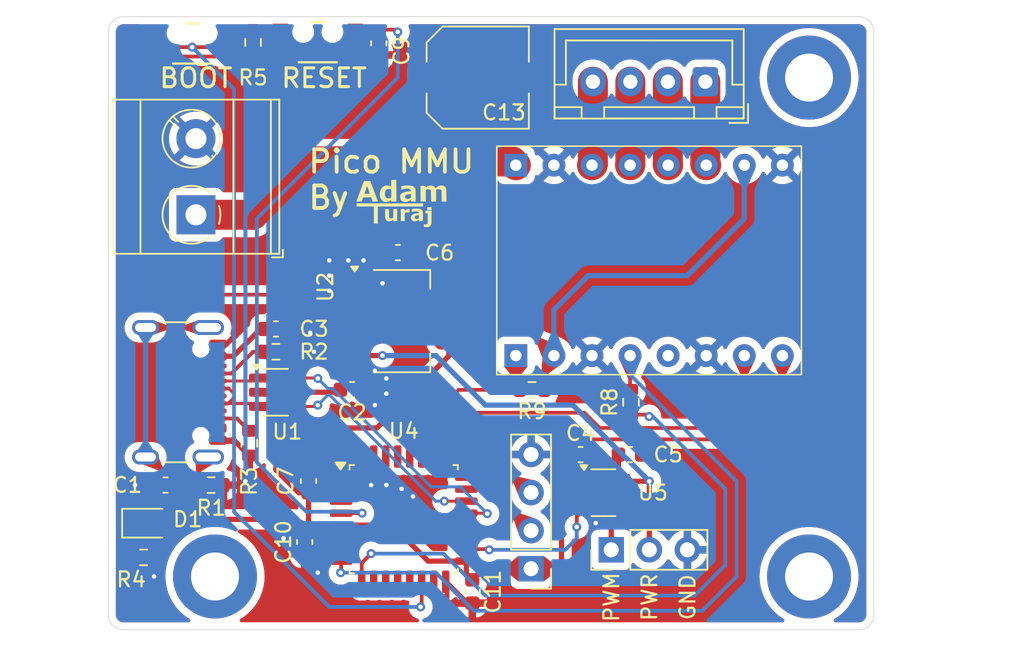
<source format=kicad_pcb>
(kicad_pcb (version 20240108) (generator "pcbnew") (generator_version "8.0")
  (layers (0 "F.Cu" signal) (31 "B.Cu" signal) (34 "B.Paste" user) (35 "F.Paste" user) (36 "B.SilkS" user "B.Silkscreen") (37 "F.SilkS" user "F.Silkscreen") (38 "B.Mask" user) (39 "F.Mask" user) (44 "Edge.Cuts" user))
  (net 0 "")
  (net 1 "GND")
  (net 2 "VCC")
  (net 3 "Net-(D1-K)")
  (net 4 "+5V")
  (net 5 "+3V3")
  (net 6 "TMC_EN")
  (net 7 "DIR")
  (net 8 "STEP")
  (net 9 "RX")
  (net 10 "/SWDIO")
  (net 11 "/SWCLK")
  (net 12 "TX")
  (net 13 "DP")
  (net 14 "DN")
  (net 19 "SERVO")
  (net 28 "Net-(J1-SHIELD)")
  (net 29 "Net-(J1-CC1)")
  (net 32 "Net-(U4-NRST)")
  (net 34 "Net-(J1-CC2)")
  (net 35 "Net-(J1-D--PadA7)")
  (net 37 "Net-(J1-D+-PadA6)")
  (net 38 "Net-(J4-A1)")
  (net 39 "Net-(J4-B2)")
  (net 40 "Net-(J4-B1)")
  (net 41 "Net-(J4-A2)")
  (net 43 "Net-(J5-Pin_1)")
  (net 44 "Net-(U4-PB0)")
  (footprint "Capacitor_SMD:C_0603_1608Metric" (layer "F.Cu") (at 149.241 83.298 90)
    (property "Reference" "C11" (at -0.014 1.381 -90) (layer "F.SilkS"))
    (property "Value" "0.1uF")
    (pad "1" smd roundrect (at -0.775 0 90) (size 0.9 0.95) (layers "F.Cu" "F.Paste" "F.Mask") (net 1 "GND"))
    (pad "2" smd roundrect (at 0.775 0 90) (size 0.9 0.95) (layers "F.Cu" "F.Paste" "F.Mask") (net 5 "+3V3"))
  )
  (footprint "Capacitor_SMD:C_0603_1608Metric" (layer "F.Cu") (at 156.464 74.168)
    (property "Reference" "C4" (at 0 -1.43 360) (layer "F.SilkS"))
    (property "Value" "0.1uF")
    (pad "1" smd roundrect (at -0.775 0) (size 0.9 0.95) (layers "F.Cu" "F.Paste" "F.Mask") (net 1 "GND"))
    (pad "2" smd roundrect (at 0.775 0) (size 0.9 0.95) (layers "F.Cu" "F.Paste" "F.Mask") (net 5 "+3V3"))
  )
  (footprint "MountingHole:MountingHole_3.2mm_M3_DIN965_Pad" (layer "F.Cu") (at 132.08 82.296)
    (property "Reference" "REF**" (hide yes))
    (property "Value" "MountingHole_3.2mm_M3_DIN965_Pad")
    (pad "1" thru_hole circle (at 0 0) (size 5.6 5.6) (drill 3.2) (layers "*.Cu" "*.Mask"))
  )
  (footprint "Symbol:Logo" (layer "F.Cu") (at 144.526 57.404)
    (property "Reference" "G***" (hide yes))
    (property "Value" "LOGO" (hide yes))
  )
  (footprint "Resistor_SMD:R_0603_1608Metric" (layer "F.Cu") (at 136.144 67.31 180)
    (property "Reference" "R2" (at -2.54 0 0) (layer "F.SilkS"))
    (property "Value" "5k1")
    (pad "1" smd roundrect (at -0.825 0 180) (size 0.8 0.95) (layers "F.Cu" "F.Paste" "F.Mask") (net 1 "GND"))
    (pad "2" smd roundrect (at 0.825 0 180) (size 0.8 0.95) (layers "F.Cu" "F.Paste" "F.Mask") (net 29 "Net-(J1-CC1)"))
  )
  (footprint "Package_TO_SOT_SMD:SOT-23-6" (layer "F.Cu") (at 136.144 70.008)
    (property "Reference" "U1" (at 0.762 2.636 0) (layer "F.SilkS"))
    (property "Value" "USBLC6-2SC6")
    (pad "1" smd roundrect (at -1.1375 -0.95) (size 1.325 0.6) (layers "F.Cu" "F.Paste" "F.Mask") (net 35 "Net-(J1-D--PadA7)"))
    (pad "2" smd roundrect (at -1.1375 0) (size 1.325 0.6) (layers "F.Cu" "F.Paste" "F.Mask") (net 1 "GND"))
    (pad "3" smd roundrect (at -1.1375 0.95) (size 1.325 0.6) (layers "F.Cu" "F.Paste" "F.Mask") (net 37 "Net-(J1-D+-PadA6)"))
    (pad "4" smd roundrect (at 1.1375 0.95) (size 1.325 0.6) (layers "F.Cu" "F.Paste" "F.Mask") (net 13 "DP"))
    (pad "5" smd roundrect (at 1.1375 0) (size 1.325 0.6) (layers "F.Cu" "F.Paste" "F.Mask") (net 4 "+5V"))
    (pad "6" smd roundrect (at 1.1375 -0.95) (size 1.325 0.6) (layers "F.Cu" "F.Paste" "F.Mask") (net 14 "DN"))
  )
  (footprint "Package_QFP:LQFP-32_7x7mm_P0.8mm" (layer "F.Cu") (at 144.669 78.472)
    (property "Reference" "U4" (at 0 -5.88 0) (layer "F.SilkS"))
    (property "Value" "STM32F042K6Tx")
    (pad "1" smd roundrect (at -4.175 -2.8) (size 1.5 0.5) (layers "F.Cu" "F.Paste" "F.Mask") (net 5 "+3V3"))
    (pad "2" smd roundrect (at -4.175 -2) (size 1.5 0.5) (layers "F.Cu" "F.Paste" "F.Mask"))
    (pad "3" smd roundrect (at -4.175 -1.2) (size 1.5 0.5) (layers "F.Cu" "F.Paste" "F.Mask"))
    (pad "4" smd roundrect (at -4.175 -0.4) (size 1.5 0.5) (layers "F.Cu" "F.Paste" "F.Mask") (net 32 "Net-(U4-NRST)"))
    (pad "5" smd roundrect (at -4.175 0.4) (size 1.5 0.5) (layers "F.Cu" "F.Paste" "F.Mask") (net 5 "+3V3"))
    (pad "6" smd roundrect (at -4.175 1.2) (size 1.5 0.5) (layers "F.Cu" "F.Paste" "F.Mask"))
    (pad "7" smd roundrect (at -4.175 2) (size 1.5 0.5) (layers "F.Cu" "F.Paste" "F.Mask"))
    (pad "8" smd roundrect (at -4.175 2.8) (size 1.5 0.5) (layers "F.Cu" "F.Paste" "F.Mask") (net 9 "RX"))
    (pad "9" smd roundrect (at -2.8 4.175) (size 0.5 1.5) (layers "F.Cu" "F.Paste" "F.Mask") (net 12 "TX"))
    (pad "10" smd roundrect (at -2 4.175) (size 0.5 1.5) (layers "F.Cu" "F.Paste" "F.Mask"))
    (pad "11" smd roundrect (at -1.2 4.175) (size 0.5 1.5) (layers "F.Cu" "F.Paste" "F.Mask"))
    (pad "12" smd roundrect (at -0.4 4.175) (size 0.5 1.5) (layers "F.Cu" "F.Paste" "F.Mask"))
    (pad "13" smd roundrect (at 0.4 4.175) (size 0.5 1.5) (layers "F.Cu" "F.Paste" "F.Mask"))
    (pad "14" smd roundrect (at 1.2 4.175) (size 0.5 1.5) (layers "F.Cu" "F.Paste" "F.Mask") (net 44 "Net-(U4-PB0)"))
    (pad "15" smd roundrect (at 2 4.175) (size 0.5 1.5) (layers "F.Cu" "F.Paste" "F.Mask"))
    (pad "16" smd roundrect (at 2.8 4.175) (size 0.5 1.5) (layers "F.Cu" "F.Paste" "F.Mask") (net 1 "GND"))
    (pad "17" smd roundrect (at 4.175 2.8) (size 1.5 0.5) (layers "F.Cu" "F.Paste" "F.Mask") (net 5 "+3V3"))
    (pad "18" smd roundrect (at 4.175 2) (size 1.5 0.5) (layers "F.Cu" "F.Paste" "F.Mask") (net 19 "SERVO"))
    (pad "19" smd roundrect (at 4.175 1.2) (size 1.5 0.5) (layers "F.Cu" "F.Paste" "F.Mask"))
    (pad "20" smd roundrect (at 4.175 0.4) (size 1.5 0.5) (layers "F.Cu" "F.Paste" "F.Mask"))
    (pad "21" smd roundrect (at 4.175 -0.4) (size 1.5 0.5) (layers "F.Cu" "F.Paste" "F.Mask") (net 14 "DN"))
    (pad "22" smd roundrect (at 4.175 -1.2) (size 1.5 0.5) (layers "F.Cu" "F.Paste" "F.Mask") (net 13 "DP"))
    (pad "23" smd roundrect (at 4.175 -2) (size 1.5 0.5) (layers "F.Cu" "F.Paste" "F.Mask") (net 10 "/SWDIO"))
    (pad "24" smd roundrect (at 4.175 -2.8) (size 1.5 0.5) (layers "F.Cu" "F.Paste" "F.Mask") (net 11 "/SWCLK"))
    (pad "25" smd roundrect (at 2.8 -4.175) (size 0.5 1.5) (layers "F.Cu" "F.Paste" "F.Mask") (net 7 "DIR"))
    (pad "26" smd roundrect (at 2 -4.175) (size 0.5 1.5) (layers "F.Cu" "F.Paste" "F.Mask") (net 8 "STEP"))
    (pad "27" smd roundrect (at 1.2 -4.175) (size 0.5 1.5) (layers "F.Cu" "F.Paste" "F.Mask") (net 6 "TMC_EN"))
    (pad "28" smd roundrect (at 0.4 -4.175) (size 0.5 1.5) (layers "F.Cu" "F.Paste" "F.Mask"))
    (pad "29" smd roundrect (at -0.4 -4.175) (size 0.5 1.5) (layers "F.Cu" "F.Paste" "F.Mask"))
    (pad "30" smd roundrect (at -1.2 -4.175) (size 0.5 1.5) (layers "F.Cu" "F.Paste" "F.Mask"))
    (pad "31" smd roundrect (at -2 -4.175) (size 0.5 1.5) (layers "F.Cu" "F.Paste" "F.Mask"))
    (pad "32" smd roundrect (at -2.8 -4.175) (size 0.5 1.5) (layers "F.Cu" "F.Paste" "F.Mask") (net 1 "GND"))
  )
  (footprint "Capacitor_SMD:C_0603_1608Metric" (layer "F.Cu") (at 136.144 65.786)
    (property "Reference" "C3" (at 2.54 0 0) (layer "F.SilkS"))
    (property "Value" "0.1uF")
    (pad "1" smd roundrect (at -0.775 0) (size 0.9 0.95) (layers "F.Cu" "F.Paste" "F.Mask") (net 4 "+5V"))
    (pad "2" smd roundrect (at 0.775 0) (size 0.9 0.95) (layers "F.Cu" "F.Paste" "F.Mask") (net 1 "GND"))
  )
  (footprint "Resistor_SMD:R_0603_1608Metric" (layer "F.Cu") (at 134.366 73.406 -90)
    (property "Reference" "R3" (at 2.54 0 90) (layer "F.SilkS"))
    (property "Value" "5k1")
    (pad "1" smd roundrect (at -0.825 0 270) (size 0.8 0.95) (layers "F.Cu" "F.Paste" "F.Mask") (net 34 "Net-(J1-CC2)"))
    (pad "2" smd roundrect (at 0.825 0 270) (size 0.8 0.95) (layers "F.Cu" "F.Paste" "F.Mask") (net 1 "GND"))
  )
  (footprint "MountingHole:MountingHole_3.2mm_M3_DIN965_Pad" (layer "F.Cu") (at 171.704 49.022)
    (property "Reference" "REF**" (hide yes))
    (property "Value" "MountingHole_3.2mm_M3_DIN965_Pad")
    (pad "1" thru_hole circle (at 0 0) (size 5.6 5.6) (drill 3.2) (layers "*.Cu" "*.Mask"))
  )
  (footprint "Resistor_SMD:R_0603_1608Metric" (layer "F.Cu") (at 127.317 81.026)
    (property "Reference" "R4" (at -0.825 1.474 0) (layer "F.SilkS"))
    (property "Value" "220R")
    (pad "1" smd roundrect (at -0.825 0) (size 0.8 0.95) (layers "F.Cu" "F.Paste" "F.Mask") (net 3 "Net-(D1-K)"))
    (pad "2" smd roundrect (at 0.825 0) (size 0.8 0.95) (layers "F.Cu" "F.Paste" "F.Mask") (net 1 "GND"))
  )
  (footprint "MountingHole:MountingHole_3.2mm_M3_DIN965_Pad" (layer "F.Cu") (at 171.704 82.296)
    (property "Reference" "REF**" (hide yes))
    (property "Value" "MountingHole_3.2mm_M3_DIN965_Pad")
    (pad "1" thru_hole circle (at 0 0) (size 5.6 5.6) (drill 3.2) (layers "*.Cu" "*.Mask"))
  )
  (footprint "Capacitor_SMD:C_0603_1608Metric" (layer "F.Cu") (at 143.002 46.736 -90)
    (property "Reference" "C9" (at 0.508 -1.524 90) (layer "F.SilkS"))
    (property "Value" "0.1uF")
    (pad "1" smd roundrect (at -0.775 0 270) (size 0.9 0.95) (layers "F.Cu" "F.Paste" "F.Mask") (net 32 "Net-(U4-NRST)"))
    (pad "2" smd roundrect (at 0.775 0 270) (size 0.9 0.95) (layers "F.Cu" "F.Paste" "F.Mask") (net 1 "GND"))
  )
  (footprint "Capacitor_SMD:C_0603_1608Metric" (layer "F.Cu") (at 141.224 69.836)
    (property "Reference" "C2" (at 0 1.524 0) (layer "F.SilkS"))
    (property "Value" "10uF")
    (pad "1" smd roundrect (at -0.775 0) (size 0.9 0.95) (layers "F.Cu" "F.Paste" "F.Mask") (net 4 "+5V"))
    (pad "2" smd roundrect (at 0.775 0) (size 0.9 0.95) (layers "F.Cu" "F.Paste" "F.Mask") (net 1 "GND"))
  )
  (footprint "Fiducial:Fiducial_1mm_Mask2mm" (layer "F.Cu") (at 171.704 77.47)
    (property "Reference" "REF**" (hide yes))
    (property "Value" "Fiducial_1mm_Mask2mm")
    (pad "" smd circle (at 0 0) (size 1 1) (layers "F.Cu" "F.Mask") (clearance 0.5))
  )
  (footprint "Package_TO_SOT_SMD:SOT-23-6" (layer "F.Cu") (at 157.988 76.708)
    (property "Reference" "U5" (at 3.302 0 0) (layer "F.SilkS"))
    (property "Value" "SN74LVC1T45DBV")
    (pad "1" smd roundrect (at -1.1375 -0.95) (size 1.325 0.6) (layers "F.Cu" "F.Paste" "F.Mask") (net 5 "+3V3"))
    (pad "2" smd roundrect (at -1.1375 0) (size 1.325 0.6) (layers "F.Cu" "F.Paste" "F.Mask") (net 1 "GND"))
    (pad "3" smd roundrect (at -1.1375 0.95) (size 1.325 0.6) (layers "F.Cu" "F.Paste" "F.Mask") (net 19 "SERVO"))
    (pad "4" smd roundrect (at 1.1375 0.95) (size 1.325 0.6) (layers "F.Cu" "F.Paste" "F.Mask") (net 43 "Net-(J5-Pin_1)"))
    (pad "5" smd roundrect (at 1.1375 0) (size 1.325 0.6) (layers "F.Cu" "F.Paste" "F.Mask") (net 5 "+3V3"))
    (pad "6" smd roundrect (at 1.1375 -0.95) (size 1.325 0.6) (layers "F.Cu" "F.Paste" "F.Mask") (net 4 "+5V"))
  )
  (footprint "Capacitor_SMD:C_0603_1608Metric" (layer "F.Cu") (at 138.065 79.996 90)
    (property "Reference" "C10" (at 0 -1.43 90) (layer "F.SilkS"))
    (property "Value" "0.1uF")
    (pad "1" smd roundrect (at -0.775 0 90) (size 0.9 0.95) (layers "F.Cu" "F.Paste" "F.Mask") (net 1 "GND"))
    (pad "2" smd roundrect (at 0.775 0 90) (size 0.9 0.95) (layers "F.Cu" "F.Paste" "F.Mask") (net 5 "+3V3"))
  )
  (footprint "LED_SMD:LED_0805_2012Metric" (layer "F.Cu") (at 127.571 78.74)
    (property "Reference" "D1" (at 2.68575 -0.254 0) (layer "F.SilkS"))
    (property "Value" "GREEN")
    (pad "1" smd roundrect (at -0.9375 0) (size 0.975 1.4) (layers "F.Cu" "F.Paste" "F.Mask") (net 3 "Net-(D1-K)"))
    (pad "2" smd roundrect (at 0.9375 0) (size 0.975 1.4) (layers "F.Cu" "F.Paste" "F.Mask") (net 5 "+3V3"))
  )
  (footprint "Capacitor_SMD:C_0603_1608Metric" (layer "F.Cu") (at 144.272 60.692 180)
    (property "Reference" "C6" (at -2.794 -0.014 0) (layer "F.SilkS"))
    (property "Value" "22uF")
    (pad "1" smd roundrect (at -0.775 0 180) (size 0.9 0.95) (layers "F.Cu" "F.Paste" "F.Mask") (net 5 "+3V3"))
    (pad "2" smd roundrect (at 0.775 0 180) (size 0.9 0.95) (layers "F.Cu" "F.Paste" "F.Mask") (net 1 "GND"))
  )
  (footprint "Button_Switch_SMD:SW4_KMS-P" (layer "F.Cu") (at 130.556 45.9105 180)
    (property "Reference" "SW2" (hide yes))
    (property "Value" "BOOT")
    (pad "" np_thru_hole circle (at -0.975 -0.15 180) (size 0.95 0.95) (drill 0.95) (layers "F&B.Cu" "*.Mask"))
    (pad "" np_thru_hole circle (at 0.975 -0.15 180) (size 0.95 0.95) (drill 0.95) (layers "F&B.Cu" "*.Mask"))
    (pad "1" smd rect (at -2.5 -1.6 180) (size 1 0.8) (layers "F.Cu" "F.Paste" "F.Mask") (net 5 "+3V3"))
    (pad "1" smd rect (at 2.5 -1.6 180) (size 1 0.8) (layers "F.Cu" "F.Paste" "F.Mask") (net 5 "+3V3"))
    (pad "2" smd rect (at -2.5 0 180) (size 1 0.8) (layers "F.Cu" "F.Paste" "F.Mask") (net 44 "Net-(U4-PB0)"))
    (pad "2" smd rect (at 2.5 0 180) (size 1 0.8) (layers "F.Cu" "F.Paste" "F.Mask") (net 44 "Net-(U4-PB0)"))
  )
  (footprint "Connector_PinHeader_2.54mm:PinHeader_1x04_P2.54mm_Vertical" (layer "F.Cu") (at 153.162 81.778 180)
    (property "Reference" "J3" (hide yes))
    (property "Value" "STLink")
    (pad "1" thru_hole rect (at 0 0 180) (size 1.7 1.7) (drill 1) (layers "*.Cu" "*.Mask") (net 5 "+3V3"))
    (pad "2" thru_hole oval (at 0 2.54 180) (size 1.7 1.7) (drill 1) (layers "*.Cu" "*.Mask") (net 10 "/SWDIO"))
    (pad "3" thru_hole oval (at 0 5.08 180) (size 1.7 1.7) (drill 1) (layers "*.Cu" "*.Mask") (net 11 "/SWCLK"))
    (pad "4" thru_hole oval (at 0 7.62 180) (size 1.7 1.7) (drill 1) (layers "*.Cu" "*.Mask") (net 1 "GND"))
  )
  (footprint "Capacitor_SMD:C_0603_1608Metric" (layer "F.Cu") (at 159.766 74.168)
    (property "Reference" "C5" (at 2.54 0 0) (layer "F.SilkS"))
    (property "Value" "0.1uF")
    (pad "1" smd roundrect (at -0.775 0) (size 0.9 0.95) (layers "F.Cu" "F.Paste" "F.Mask") (net 4 "+5V"))
    (pad "2" smd roundrect (at 0.775 0) (size 0.9 0.95) (layers "F.Cu" "F.Paste" "F.Mask") (net 1 "GND"))
  )
  (footprint "Capacitor_SMD:C_0603_1608Metric" (layer "F.Cu") (at 138.319 75.932 -90)
    (property "Reference" "C7" (at 0 1.524 90) (layer "F.SilkS"))
    (property "Value" "0.1uF")
    (pad "1" smd roundrect (at -0.775 0 270) (size 0.9 0.95) (layers "F.Cu" "F.Paste" "F.Mask") (net 1 "GND"))
    (pad "2" smd roundrect (at 0.775 0 270) (size 0.9 0.95) (layers "F.Cu" "F.Paste" "F.Mask") (net 5 "+3V3"))
  )
  (footprint "Connector_JST:JST_XH_B4B-XH-A_1x04_P2.50mm_Vertical" (layer "F.Cu") (at 164.786 49.293 180)
    (property "Reference" "J6" (hide yes))
    (property "Value" "Conn_Stepper")
    (pad "1" thru_hole roundrect (at 0 0 180) (size 1.7 1.95) (drill 0.95) (layers "*.Cu" "*.Mask") (roundrect_rratio 0.147059) (net 39 "Net-(J4-B2)"))
    (pad "2" thru_hole oval (at 2.5 0 180) (size 1.7 1.95) (drill 0.95) (layers "*.Cu" "*.Mask") (net 40 "Net-(J4-B1)"))
    (pad "3" thru_hole oval (at 5 0 180) (size 1.7 1.95) (drill 0.95) (layers "*.Cu" "*.Mask") (net 38 "Net-(J4-A1)"))
    (pad "4" thru_hole oval (at 7.5 0 180) (size 1.7 1.95) (drill 0.95) (layers "*.Cu" "*.Mask") (net 41 "Net-(J4-A2)"))
  )
  (footprint "Resistor_SMD:R_0603_1608Metric" (layer "F.Cu") (at 134.62 46.673 -90)
    (property "Reference" "R5" (at 2.349 0 180) (layer "F.SilkS"))
    (property "Value" "10k")
    (pad "1" smd roundrect (at -0.825 0 270) (size 0.8 0.95) (layers "F.Cu" "F.Paste" "F.Mask") (net 44 "Net-(U4-PB0)"))
    (pad "2" smd roundrect (at 0.825 0 270) (size 0.8 0.95) (layers "F.Cu" "F.Paste" "F.Mask") (net 1 "GND"))
  )
  (footprint "Capacitor_SMD:C_Elec_6.3x7.7" (layer "F.Cu") (at 149.606 49.022)
    (property "Reference" "C13" (at 1.744 2.328 0) (layer "F.SilkS"))
    (property "Value" "100uF")
    (pad "1" smd roundrect (at -2.5375 0) (size 3.325 1.6) (layers "F.Cu" "F.Paste" "F.Mask") (roundrect_rratio 0.15625) (net 2 "VCC"))
    (pad "2" smd roundrect (at 2.5375 0) (size 3.325 1.6) (layers "F.Cu" "F.Paste" "F.Mask") (roundrect_rratio 0.15625) (net 1 "GND"))
  )
  (footprint "Fiducial:Fiducial_1mm_Mask2mm" (layer "F.Cu") (at 127.254 84.074)
    (property "Reference" "REF**" (hide yes))
    (property "Value" "Fiducial_1mm_Mask2mm")
    (pad "" smd circle (at 0 0) (size 1 1) (layers "F.Cu" "F.Mask") (clearance 0.5))
  )
  (footprint "Connector_PinHeader_2.54mm:PinHeader_1x03_P2.54mm_Vertical" (layer "F.Cu") (at 158.511 80.518 90)
    (property "Reference" "J5" (hide yes))
    (property "Value" "Servo Conn")
    (pad "1" thru_hole rect (at 0 0 90) (size 1.7 1.7) (drill 1) (layers "*.Cu" "*.Mask") (net 43 "Net-(J5-Pin_1)"))
    (pad "2" thru_hole oval (at 0 2.54 90) (size 1.7 1.7) (drill 1) (layers "*.Cu" "*.Mask") (net 4 "+5V"))
    (pad "3" thru_hole oval (at 0 5.08 90) (size 1.7 1.7) (drill 1) (layers "*.Cu" "*.Mask") (net 1 "GND"))
  )
  (footprint "TerminalBlock_MetzConnect:TerminalBlock_MetzConnect_Type073_RT02602HBLU_1x02_P5.08mm_Horizontal" (layer "F.Cu") (at 130.81 58.171 90)
    (property "Reference" "J2" (hide yes))
    (property "Value" "PWR")
    (pad "1" thru_hole rect (at 0 0 90) (size 2.6 2.6) (drill 1.4) (layers "*.Cu" "*.Mask") (net 2 "VCC"))
    (pad "2" thru_hole circle (at 5.08 0 90) (size 2.6 2.6) (drill 1.4) (layers "*.Cu" "*.Mask") (net 1 "GND"))
  )
  (footprint "Fiducial:Fiducial_1mm_Mask2mm" (layer "F.Cu") (at 173.228 53.594)
    (property "Reference" "REF**" (hide yes))
    (property "Value" "Fiducial_1mm_Mask2mm")
    (pad "" smd circle (at 0 0) (size 1 1) (layers "F.Cu" "F.Mask") (clearance 0.5))
  )
  (footprint "Button_Switch_SMD:SW4_KMS-P" (layer "F.Cu") (at 138.938 45.824 180)
    (property "Reference" "SW1" (hide yes))
    (property "Value" "RESET")
    (pad "" np_thru_hole circle (at -0.975 -0.15 180) (size 0.95 0.95) (drill 0.95) (layers "F&B.Cu" "*.Mask"))
    (pad "" np_thru_hole circle (at 0.975 -0.15 180) (size 0.95 0.95) (drill 0.95) (layers "F&B.Cu" "*.Mask"))
    (pad "1" smd rect (at -2.5 -1.6 180) (size 1 0.8) (layers "F.Cu" "F.Paste" "F.Mask") (net 1 "GND"))
    (pad "1" smd rect (at 2.5 -1.6 180) (size 1 0.8) (layers "F.Cu" "F.Paste" "F.Mask") (net 1 "GND"))
    (pad "2" smd rect (at -2.5 0 180) (size 1 0.8) (layers "F.Cu" "F.Paste" "F.Mask") (net 32 "Net-(U4-NRST)"))
    (pad "2" smd rect (at 2.5 0 180) (size 1 0.8) (layers "F.Cu" "F.Paste" "F.Mask") (net 32 "Net-(U4-NRST)"))
  )
  (footprint "Resistor_SMD:R_0603_1608Metric" (layer "F.Cu") (at 159.829 70.675 90)
    (property "Reference" "R8" (at 0 -1.43 90) (layer "F.SilkS"))
    (property "Value" "1k")
    (pad "1" smd roundrect (at -0.825 0 90) (size 0.8 0.95) (layers "F.Cu" "F.Paste" "F.Mask") (net 12 "TX"))
    (pad "2" smd roundrect (at 0.825 0 90) (size 0.8 0.95) (layers "F.Cu" "F.Paste" "F.Mask") (net 9 "RX"))
  )
  (footprint "Resistor_SMD:R_0603_1608Metric" (layer "F.Cu") (at 131.826 76.2)
    (property "Reference" "R1" (at 0 1.524 0) (layer "F.SilkS"))
    (property "Value" "1M")
    (pad "1" smd roundrect (at -0.825 0) (size 0.8 0.95) (layers "F.Cu" "F.Paste" "F.Mask") (net 28 "Net-(J1-SHIELD)"))
    (pad "2" smd roundrect (at 0.825 0) (size 0.8 0.95) (layers "F.Cu" "F.Paste" "F.Mask") (net 1 "GND"))
  )
  (footprint "Resistor_SMD:R_0603_1608Metric" (layer "F.Cu") (at 153.225 69.85 180)
    (property "Reference" "R9" (at 0 -1.43 0) (layer "F.SilkS"))
    (property "Value" "10k")
    (pad "1" smd roundrect (at -0.825 0 180) (size 0.8 0.95) (layers "F.Cu" "F.Paste" "F.Mask") (net 5 "+3V3"))
    (pad "2" smd roundrect (at 0.825 0 180) (size 0.8 0.95) (layers "F.Cu" "F.Paste" "F.Mask") (net 6 "TMC_EN"))
  )
  (footprint "Capacitor_SMD:C_0603_1608Metric" (layer "F.Cu") (at 128.778 76.2 180)
    (property "Reference" "C1" (at 2.54 0 0) (layer "F.SilkS"))
    (property "Value" "10nF")
    (pad "1" smd roundrect (at -0.775 0 180) (size 0.9 0.95) (layers "F.Cu" "F.Paste" "F.Mask") (net 28 "Net-(J1-SHIELD)"))
    (pad "2" smd roundrect (at 0.775 0 180) (size 0.9 0.95) (layers "F.Cu" "F.Paste" "F.Mask") (net 1 "GND"))
  )
  (footprint "Connector_USB:USB_C_Receptacle_GCT_USB4105-xx-A_16P_TopMnt_Horizontal" (layer "F.Cu") (at 128.524 70.008 -90)
    (property "Reference" "J1" (hide yes))
    (property "Value" "USB_C")
    (pad "" np_thru_hole circle (at -2.89 -2.605 270) (size 0.65 0.65) (drill 0.65) (layers "F&B.Cu" "*.Mask"))
    (pad "" np_thru_hole circle (at 2.89 -2.605 270) (size 0.65 0.65) (drill 0.65) (layers "F&B.Cu" "*.Mask"))
    (pad "A1" smd roundrect (at -3.2 -3.75 270) (size 0.6 1.15) (layers "F.Cu" "F.Paste" "F.Mask") (net 1 "GND"))
    (pad "A4" smd roundrect (at -2.4 -3.75 270) (size 0.6 1.15) (layers "F.Cu" "F.Paste" "F.Mask") (net 4 "+5V"))
    (pad "A5" smd roundrect (at -1.25 -3.75 270) (size 0.3 1.15) (layers "F.Cu" "F.Paste" "F.Mask") (net 29 "Net-(J1-CC1)"))
    (pad "A6" smd roundrect (at -0.25 -3.75 270) (size 0.3 1.15) (layers "F.Cu" "F.Paste" "F.Mask") (net 37 "Net-(J1-D+-PadA6)"))
    (pad "A7" smd roundrect (at 0.25 -3.75 270) (size 0.3 1.15) (layers "F.Cu" "F.Paste" "F.Mask") (net 35 "Net-(J1-D--PadA7)"))
    (pad "A8" smd roundrect (at 1.25 -3.75 270) (size 0.3 1.15) (layers "F.Cu" "F.Paste" "F.Mask"))
    (pad "A9" smd roundrect (at 2.4 -3.75 270) (size 0.6 1.15) (layers "F.Cu" "F.Paste" "F.Mask") (net 4 "+5V"))
    (pad "A12" smd roundrect (at 3.2 -3.75 270) (size 0.6 1.15) (layers "F.Cu" "F.Paste" "F.Mask") (net 1 "GND"))
    (pad "B1" smd roundrect (at 3.2 -3.75 270) (size 0.6 1.15) (layers "F.Cu" "F.Paste" "F.Mask") (net 1 "GND"))
    (pad "B4" smd roundrect (at 2.4 -3.75 270) (size 0.6 1.15) (layers "F.Cu" "F.Paste" "F.Mask") (net 4 "+5V"))
    (pad "B5" smd roundrect (at 1.75 -3.75 270) (size 0.3 1.15) (layers "F.Cu" "F.Paste" "F.Mask") (net 34 "Net-(J1-CC2)"))
    (pad "B6" smd roundrect (at 0.75 -3.75 270) (size 0.3 1.15) (layers "F.Cu" "F.Paste" "F.Mask") (net 37 "Net-(J1-D+-PadA6)"))
    (pad "B7" smd roundrect (at -0.75 -3.75 270) (size 0.3 1.15) (layers "F.Cu" "F.Paste" "F.Mask") (net 35 "Net-(J1-D--PadA7)"))
    (pad "B8" smd roundrect (at -1.75 -3.75 270) (size 0.3 1.15) (layers "F.Cu" "F.Paste" "F.Mask"))
    (pad "B9" smd roundrect (at -2.4 -3.75 270) (size 0.6 1.15) (layers "F.Cu" "F.Paste" "F.Mask") (net 4 "+5V"))
    (pad "B12" smd roundrect (at -3.2 -3.75 270) (size 0.6 1.15) (layers "F.Cu" "F.Paste" "F.Mask") (net 1 "GND"))
    (pad "S1" thru_hole oval (at -4.32 -3.105 270) (size 1 2.1) (drill oval 0.6 1.7) (layers "*.Cu" "*.Mask" "F.Paste") (net 28 "Net-(J1-SHIELD)"))
    (pad "S1" thru_hole oval (at -4.32 1.075 270) (size 1 1.8) (drill oval 0.6 1.4) (layers "*.Cu" "*.Mask" "F.Paste") (net 28 "Net-(J1-SHIELD)"))
    (pad "S1" thru_hole oval (at 4.32 -3.105 270) (size 1 2.1) (drill oval 0.6 1.7) (layers "*.Cu" "*.Mask" "F.Paste") (net 28 "Net-(J1-SHIELD)"))
    (pad "S1" thru_hole oval (at 4.32 1.075 270) (size 1 1.8) (drill oval 0.6 1.4) (layers "*.Cu" "*.Mask" "F.Paste") (net 28 "Net-(J1-SHIELD)"))
  )
  (footprint "Package_TO_SOT_SMD:SOT-223-3_TabPin2" (layer "F.Cu") (at 144.526 65.264)
    (property "Reference" "U2" (at -5.08 -2.272 90) (layer "F.SilkS"))
    (property "Value" "AMS1117-3.3")
    (pad "1" smd roundrect (at -3.15 -2.3) (size 2 1.5) (layers "F.Cu" "F.Paste" "F.Mask") (net 1 "GND"))
    (pad "2" smd roundrect (at -3.15 0) (size 2 1.5) (layers "F.Cu" "F.Paste" "F.Mask") (net 5 "+3V3"))
    (pad "2" smd roundrect (at 3.15 0) (size 2 3.8) (layers "F.Cu" "F.Paste" "F.Mask") (net 5 "+3V3"))
    (pad "3" smd roundrect (at -3.15 2.3) (size 2 1.5) (layers "F.Cu" "F.Paste" "F.Mask") (net 4 "+5V"))
  )
  (footprint "PicoMMU:TMC2209" (layer "F.Cu") (at 161.036 61.214 90)
    (property "Reference" "J4" (hide yes))
    (property "Value" "TMC2209")
    (pad "1" thru_hole rect (at 6.35 -8.89 90) (size 1.524 1.524) (drill 0.762) (layers "*.Cu" "*.Mask") (net 2 "VCC"))
    (pad "2" thru_hole circle (at 6.35 -6.35 90) (size 1.524 1.524) (drill 0.762) (layers "*.Cu" "*.Mask") (net 1 "GND"))
    (pad "2" thru_hole circle (at 6.35 8.89 90) (size 1.524 1.524) (drill 0.762) (layers "*.Cu" "*.Mask") (net 1 "GND"))
    (pad "3" thru_hole circle (at 6.35 -3.81 90) (size 1.524 1.524) (drill 0.762) (layers "*.Cu" "*.Mask") (net 41 "Net-(J4-A2)"))
    (pad "4" thru_hole circle (at 6.35 -1.27 90) (size 1.524 1.524) (drill 0.762) (layers "*.Cu" "*.Mask") (net 38 "Net-(J4-A1)"))
    (pad "5" thru_hole circle (at 6.35 1.27 90) (size 1.524 1.524) (drill 0.762) (layers "*.Cu" "*.Mask") (net 40 "Net-(J4-B1)"))
    (pad "6" thru_hole circle (at 6.35 3.81 90) (size 1.524 1.524) (drill 0.762) (layers "*.Cu" "*.Mask") (net 39 "Net-(J4-B2)"))
    (pad "7" thru_hole circle (at 6.35 6.35 90) (size 1.524 1.524) (drill 0.762) (layers "*.Cu" "*.Mask") (net 5 "+3V3"))
    (pad "8" thru_hole rect (at -6.35 -8.89 90) (size 1.524 1.524) (drill 0.762) (layers "*.Cu" "*.Mask") (net 6 "TMC_EN"))
    (pad "9" thru_hole circle (at -6.35 -6.35 90) (size 1.524 1.524) (drill 0.762) (layers "*.Cu" "*.Mask") (net 5 "+3V3"))
    (pad "10" thru_hole circle (at -6.35 -3.81 90) (size 1.524 1.524) (drill 0.762) (layers "*.Cu" "*.Mask") (net 1 "GND"))
    (pad "11" thru_hole circle (at -6.35 -1.27 90) (size 1.524 1.524) (drill 0.762) (layers "*.Cu" "*.Mask") (net 9 "RX"))
    (pad "12" thru_hole circle (at -6.35 1.27 90) (size 1.524 1.524) (drill 0.762) (layers "*.Cu" "*.Mask"))
    (pad "13" thru_hole circle (at -6.35 3.81 90) (size 1.524 1.524) (drill 0.762) (layers "*.Cu" "*.Mask") (net 1 "GND"))
    (pad "14" thru_hole circle (at -6.35 6.35 90) (size 1.524 1.524) (drill 0.762) (layers "*.Cu" "*.Mask") (net 8 "STEP"))
    (pad "15" thru_hole circle (at -6.35 8.89 90) (size 1.524 1.524) (drill 0.762) (layers "*.Cu" "*.Mask") (net 7 "DIR"))
  )
  (gr_line (start 124.968 45.958) (end 124.968 84.852) (stroke (width 0.05)) (layer "Edge.Cuts"))
  (gr_arc (start 176.022 84.852) (mid 175.729107 85.559107) (end 175.022 85.852) (stroke (width 0.05)) (layer "Edge.Cuts"))
  (gr_arc (start 124.968 45.958) (mid 125.260893 45.250893) (end 125.968 44.958) (stroke (width 0.05)) (layer "Edge.Cuts"))
  (gr_arc (start 175.022 44.958) (mid 175.729107 45.250893) (end 176.022 45.958) (stroke (width 0.05)) (layer "Edge.Cuts"))
  (gr_line (start 176.022 45.958) (end 176.022 84.852) (stroke (width 0.05)) (layer "Edge.Cuts"))
  (gr_line (start 125.968 85.852) (end 175.022 85.852) (stroke (width 0.05)) (layer "Edge.Cuts"))
  (gr_line (start 125.968 44.958) (end 175.022 44.958) (stroke (width 0.05)) (layer "Edge.Cuts"))
  (gr_arc (start 125.968 85.852) (mid 125.260893 85.559107) (end 124.968 84.852) (stroke (width 0.05)) (layer "Edge.Cuts"))
  (gr_text "GND" (at 164.19275 85.296381 90) (layer "F.SilkS") (effects (font (size 1 1)) (justify left bottom)))
  (gr_text "RESET" (at 136.398 49.784 0) (layer "F.SilkS") (effects (font (size 1.25 1.25) (thickness 0.2)) (justify left bottom)))
  (gr_text "PWM" (at 159.11275 85.415428 90) (layer "F.SilkS") (effects (font (size 1 1)) (justify left bottom)))
  (gr_text "PWR" (at 161.65275 85.344 90) (layer "F.SilkS") (effects (font (size 1 1)) (justify left bottom)))
  (gr_text "Pico MMU\nBy" (at 138.176 57.912 0) (layer "F.SilkS") (effects (font (size 1.5 1.5) (thickness 0.25) (bold yes)) (justify left bottom)))
  (gr_text "BOOT" (at 128.27 49.784 0) (layer "F.SilkS") (effects (font (size 1.25 1.25) (thickness 0.2)) (justify left bottom)))
  (segment (start 149.241 84.073) (end 148.895 84.073) (width 0.35) (layer "F.Cu") (net 1))
  (segment (start 132.274 66.808) (end 132.836 66.808) (width 0.35) (layer "F.Cu") (net 1))
  (segment (start 148.895 84.073) (end 147.469 82.647) (width 0.35) (layer "F.Cu") (net 1))
  (segment (start 156.8505 76.708) (end 157.512999 76.708) (width 0.35) (layer "F.Cu") (net 1))
  (segment (start 135.0065 70.008) (end 135.668999 70.008) (width 0.25) (layer "F.Cu") (net 1))
  (segment (start 135.668999 70.008) (end 136.144 69.532999) (width 0.25) (layer "F.Cu") (net 1))
  (segment (start 128.142 82.17) (end 128.016 82.296) (width 0.25) (layer "F.Cu") (net 1))
  (segment (start 128.142 81.026) (end 128.142 82.17) (width 0.25) (layer "F.Cu") (net 1))
  (segment (start 157.988 78.232) (end 157.48 78.74) (width 0.35) (layer "F.Cu") (net 1))
  (segment (start 153.172 74.168) (end 153.162 74.158) (width 0.35) (layer "F.Cu") (net 1))
  (segment (start 138.319 75.157) (end 139.179 74.297) (width 0.35) (layer "F.Cu") (net 1))
  (segment (start 153.162 74.158) (end 155.679 74.158) (width 0.35) (layer "F.Cu") (net 1))
  (segment (start 132.274 73.208) (end 133.343 73.208) (width 0.35) (layer "F.Cu") (net 1))
  (segment (start 157.988 77.183001) (end 157.988 78.232) (width 0.35) (layer "F.Cu") (net 1))
  (segment (start 160.541 74.168) (end 161.798 74.168) (width 0.35) (layer "F.Cu") (net 1))
  (segment (start 132.836 66.808) (end 134.112 65.532) (width 0.35) (layer "F.Cu") (net 1))
  (segment (start 133.343 73.208) (end 134.366 74.231) (width 0.35) (layer "F.Cu") (net 1))
  (segment (start 136.144 69.532999) (end 136.144 68.135) (width 0.25) (layer "F.Cu") (net 1))
  (segment (start 157.512999 76.708) (end 157.988 77.183001) (width 0.35) (layer "F.Cu") (net 1))
  (segment (start 139.179 74.297) (end 141.869 74.297) (width 0.35) (layer "F.Cu") (net 1))
  (segment (start 155.679 74.158) (end 155.689 74.168) (width 0.35) (layer "F.Cu") (net 1))
  (segment (start 136.144 68.135) (end 136.969 67.31) (width 0.25) (layer "F.Cu") (net 1))
  (via (at 139.7 62.23) (size 0.6) (drill 0.3) (layers "F.Cu" "B.Cu") (net 1))
  (via (at 138.43 66.04) (size 0.6) (drill 0.3) (layers "F.Cu" "B.Cu") (net 1))
  (via (at 140.97 61.214) (size 0.6) (drill 0.3) (layers "F.Cu" "B.Cu") (net 1))
  (via (at 143.256 62.738) (size 0.6) (drill 0.3) (layers "F.Cu" "B.Cu") (net 1))
  (via (at 138.684 67.31) (size 0.6) (drill 0.3) (layers "F.Cu" "B.Cu") (net 1))
  (via (at 157.48 78.74) (size 0.6) (drill 0.3) (layers "F.Cu" "B.Cu") (net 1))
  (via (at 136.652 79.756) (size 0.6) (drill 0.3) (layers "F.Cu" "B.Cu") (net 1))
  (via (at 143.51 70.104) (size 0.6) (drill 0.3) (layers "F.Cu" "B.Cu") (net 1))
  (via (at 143.51 69.088) (size 0.6) (drill 0.3) (layers "F.Cu" "B.Cu") (net 1))
  (via (at 142.494 76.2) (size 0.6) (drill 0.3) (layers "F.Cu" "B.Cu") (net 1))
  (via (at 139.7 63.246) (size 0.6) (drill 0.3) (layers "F.Cu" "B.Cu") (net 1))
  (via (at 139.7 61.214) (size 0.6) (drill 0.3) (layers "F.Cu" "B.Cu") (net 1))
  (via (at 142.748 70.866) (size 0.6) (drill 0.3) (layers "F.Cu" "B.Cu") (net 1))
  (via (at 144.526 76.454) (size 0.6) (drill 0.3) (layers "F.Cu" "B.Cu") (net 1))
  (via (at 128.016 82.296) (size 0.6) (drill 0.3) (layers "F.Cu" "B.Cu") (net 1))
  (via (at 138.938 82.042) (size 0.6) (drill 0.3) (layers "F.Cu" "B.Cu") (net 1))
  (via (at 134.112 75.946) (size 0.6) (drill 0.3) (layers "F.Cu" "B.Cu") (net 1))
  (via (at 142.748 68.58) (size 0.6) (drill 0.3) (layers "F.Cu" "B.Cu") (net 1))
  (via (at 141.986 61.214) (size 0.6) (drill 0.3) (layers "F.Cu" "B.Cu") (net 1))
  (via (at 145.288 76.962) (size 0.6) (drill 0.3) (layers "F.Cu" "B.Cu") (net 1))
  (via (at 143.51 76.2) (size 0.6) (drill 0.3) (layers "F.Cu" "B.Cu") (net 1))
  (via (at 126.746 76.2) (size 0.6) (drill 0.3) (layers "F.Cu" "B.Cu") (net 1))
  (segment (start 152.146 54.864) (end 151.892 54.61) (width 2) (layer "F.Cu") (net 2))
  (segment (start 134.615 58.171) (end 130.81 58.171) (width 2) (layer "F.Cu") (net 2))
  (segment (start 151.892 54.61) (end 139.954 54.61) (width 2) (layer "F.Cu") (net 2))
  (segment (start 145.034 54.61) (end 139.954 54.61) (width 2) (layer "F.Cu") (net 2))
  (segment (start 149.103 54.61) (end 151.892 54.61) (width 2) (layer "F.Cu") (net 2))
  (segment (start 147.0685 49.022) (end 147.0685 52.5755) (width 2) (layer "F.Cu") (net 2))
  (segment (start 138.176 54.61) (end 134.615 58.171) (width 2) (layer "F.Cu") (net 2))
  (segment (start 139.954 54.61) (end 138.176 54.61) (width 2) (layer "F.Cu") (net 2))
  (segment (start 147.0685 52.5755) (end 145.034 54.61) (width 2) (layer "F.Cu") (net 2))
  (segment (start 147.0685 52.5755) (end 149.103 54.61) (width 2) (layer "F.Cu") (net 2))
  (segment (start 126.6335 78.74) (end 126.6335 80.8845) (width 0.35) (layer "F.Cu") (net 3))
  (segment (start 126.6335 80.8845) (end 126.492 81.026) (width 0.35) (layer "F.Cu") (net 3))
  (segment (start 140.277 70.008) (end 137.2815 70.008) (width 0.35) (layer "F.Cu") (net 4))
  (segment (start 130.302 71.004683) (end 130.302 69.016524) (width 0.35) (layer "F.Cu") (net 4))
  (segment (start 135.128 65.786) (end 135.369 65.786) (width 0.35) (layer "F.Cu") (net 4))
  (segment (start 159.3135 75.946) (end 159.1255 75.758) (width 0.35) (layer "F.Cu") (net 4))
  (segment (start 161.051 75.946) (end 161.051 80.518) (width 0.35) (layer "F.Cu") (net 4))
  (segment (start 133.306 67.608) (end 135.128 65.786) (width 0.35) (layer "F.Cu") (net 4))
  (segment (start 138.074 64.262) (end 141.3 67.488) (width 0.35) (layer "F.Cu") (net 4))
  (segment (start 141.376 68.909) (end 140.277 70.008) (width 0.35) (layer "F.Cu") (net 4))
  (segment (start 161.051 75.946) (end 159.3135 75.946) (width 0.35) (layer "F.Cu") (net 4))
  (segment (start 143.256 67.564) (end 141.376 67.564) (width 0.35) (layer "F.Cu") (net 4))
  (segment (start 131.705317 72.408) (end 130.302 71.004683) (width 0.35) (layer "F.Cu") (net 4))
  (segment (start 158.991 74.168) (end 158.991 75.6235) (width 0.35) (layer "F.Cu") (net 4))
  (segment (start 135.369 65.786) (end 136.893 64.262) (width 0.35) (layer "F.Cu") (net 4))
  (segment (start 130.302 69.016524) (end 131.710524 67.608) (width 0.35) (layer "F.Cu") (net 4))
  (segment (start 136.893 64.262) (end 138.074 64.262) (width 0.35) (layer "F.Cu") (net 4))
  (segment (start 141.376 67.564) (end 141.376 68.909) (width 0.35) (layer "F.Cu") (net 4))
  (segment (start 141.3 67.488) (end 141.376 67.564) (width 0.35) (layer "F.Cu") (net 4))
  (segment (start 132.274 67.608) (end 133.306 67.608) (width 0.35) (layer "F.Cu") (net 4))
  (segment (start 131.710524 67.608) (end 132.274 67.608) (width 0.35) (layer "F.Cu") (net 4))
  (segment (start 132.274 72.408) (end 131.705317 72.408) (width 0.35) (layer "F.Cu") (net 4))
  (segment (start 158.991 75.6235) (end 159.1255 75.758) (width 0.35) (layer "F.Cu") (net 4))
  (via (at 143.256 67.564) (size 0.6) (drill 0.3) (layers "F.Cu" "B.Cu") (net 4))
  (via (at 161.051 75.946) (size 0.6) (drill 0.3) (layers "F.Cu" "B.Cu") (net 4))
  (segment (start 150.114 70.866) (end 146.812 67.564) (width 0.35) (layer "B.Cu") (net 4))
  (segment (start 159.527 74.422) (end 159.512 74.422) (width 0.35) (layer "B.Cu") (net 4))
  (segment (start 155.956 70.866) (end 150.114 70.866) (width 0.35) (layer "B.Cu") (net 4))
  (segment (start 146.812 67.564) (end 143.256 67.564) (width 0.35) (layer "B.Cu") (net 4))
  (segment (start 159.512 74.422) (end 155.956 70.866) (width 0.35) (layer "B.Cu") (net 4))
  (segment (start 161.051 75.946) (end 159.527 74.422) (width 0.35) (layer "B.Cu") (net 4))
  (segment (start 128.7625 78.486) (end 137.33 78.486) (width 0.35) (layer "F.Cu") (net 5))
  (segment (start 143.896 78.872) (end 146.296 81.272) (width 0.35) (layer "F.Cu") (net 5))
  (segment (start 152.386 65.264) (end 154.686 67.564) (width 0.35) (layer "F.Cu") (net 5))
  (segment (start 138.319 76.707) (end 137.667 76.707) (width 0.35) (layer "F.Cu") (net 5))
  (segment (start 157.512999 75.758) (end 158.462999 76.708) (width 0.35) (layer "F.Cu") (net 5))
  (segment (start 137.667 76.707) (end 136.144 75.184) (width 0.35) (layer "F.Cu") (net 5))
  (segment (start 154.93 81.778) (end 154.94 81.788) (width 0.35) (layer "F.Cu") (net 5))
  (segment (start 139.070116 63.5) (end 129.032 63.5) (width 0.25) (layer "F.Cu") (net 5))
  (segment (start 138.065 79.221) (end 138.414 78.872) (width 0.35) (layer "F.Cu") (net 5))
  (segment (start 141.376 65.264) (end 140.834116 65.264) (width 0.25) (layer "F.Cu") (net 5))
  (segment (start 155.382 75.758) (end 156.8505 75.758) (width 0.35) (layer "F.Cu") (net 5))
  (segment (start 138.319 78.967) (end 138.065 79.221) (width 0.35) (layer "F.Cu") (net 5))
  (segment (start 148.844 82.126) (end 149.241 82.523) (width 0.35) (layer "F.Cu") (net 5))
  (segment (start 155.194 75.946) (end 155.382 75.758) (width 0.35) (layer "F.Cu") (net 5))
  (segment (start 147.676 65.264) (end 152.386 65.264) (width 0.35) (layer "F.Cu") (net 5))
  (segment (start 154.05 69.85) (end 154.05 68.2) (width 0.35) (layer "F.Cu") (net 5))
  (segment (start 140.834116 65.264) (end 139.070116 63.5) (width 0.25) (layer "F.Cu") (net 5))
  (segment (start 138.414 78.872) (end 140.494 78.872) (width 0.35) (layer "F.Cu") (net 5))
  (segment (start 154.94 81.788) (end 155.194 81.534) (width 0.35) (layer "F.Cu") (net 5))
  (segment (start 140.494 78.872) (end 143.896 78.872) (width 0.35) (layer "F.Cu") (net 5))
  (segment (start 129.032 63.5) (end 127.3 61.768) (width 0.25) (layer "F.Cu") (net 5))
  (segment (start 139.354 75.672) (end 140.494 75.672) (width 0.35) (layer "F.Cu") (net 5))
  (segment (start 136.144 75.184) (end 136.144 74.422) (width 0.35) (layer "F.Cu") (net 5))
  (segment (start 155.194 81.534) (end 155.194 75.946) (width 0.35) (layer "F.Cu") (net 5))
  (segment (start 136.144 74.422) (end 138.176 72.39) (width 0.35) (layer "F.Cu") (net 5))
  (segment (start 157.239 75.3695) (end 156.8505 75.758) (width 0.35) (layer "F.Cu") (net 5))
  (segment (start 156.731 75.6385) (end 156.8505 75.758) (width 0.35) (layer "F.Cu") (net 5))
  (segment (start 132.9515 47.615) (end 128.1605 47.615) (width 0.25) (layer "F.Cu") (net 5))
  (segment (start 148.844 81.272) (end 148.844 82.126) (width 0.35) (layer "F.Cu") (net 5))
  (segment (start 157.239 74.168) (end 157.239 75.3695) (width 0.35) (layer "F.Cu") (net 5))
  (segment (start 127.3 61.768) (end 127.3 48.2665) (width 0.25) (layer "F.Cu") (net 5))
  (segment (start 147.676 67.589) (end 147.676 65.264) (width 0.35) (layer "F.Cu") (net 5))
  (segment (start 138.319 76.707) (end 139.354 75.672) (width 0.35) (layer "F.Cu") (net 5))
  (segment (start 128.1605 47.615) (end 128.056 47.5105) (width 0.25) (layer "F.Cu") (net 5))
  (segment (start 142.875 72.39) (end 147.676 67.589) (width 0.35) (layer "F.Cu") (net 5))
  (segment (start 147.676 65.264) (end 141.376 65.264) (width 0.35) (layer "F.Cu") (net 5))
  (segment (start 145.047 62.635) (end 147.676 65.264) (width 0.35) (layer "F.Cu") (net 5))
  (segment (start 156.8505 75.758) (end 157.512999 75.758) (width 0.35) (layer "F.Cu") (net 5))
  (segment (start 138.176 72.39) (end 142.875 72.39) (width 0.35) (layer "F.Cu") (net 5))
  (segment (start 153.162 81.778) (end 154.93 81.778) (width 0.35) (layer "F.Cu") (net 5))
  (segment (start 137.33 78.486) (end 138.065 79.221) (width 0.35) (layer "F.Cu") (net 5))
  (segment (start 133.056 47.5105) (end 132.9515 47.615) (width 0.25) (layer "F.Cu") (net 5))
  (segment (start 149.986 81.778) (end 149.241 82.523) (width 0.35) (layer "F.Cu") (net 5))
  (segment (start 145.047 60.692) (end 145.047 62.635) (width 0.35) (layer "F.Cu") (net 5))
  (segment (start 146.296 81.272) (end 148.844 81.272) (width 0.35) (layer "F.Cu") (net 5))
  (segment (start 153.162 81.778) (end 149.986 81.778) (width 0.35) (layer "F.Cu") (net 5))
  (segment (start 154.05 69.9095) (end 154.05 69.85) (width 0.35) (layer "F.Cu") (net 5))
  (segment (start 154.05 68.2) (end 154.686 67.564) (width 0.35) (layer "F.Cu") (net 5))
  (segment (start 128.5085 78.74) (end 128.7625 78.486) (width 0.35) (layer "F.Cu") (net 5))
  (segment (start 158.462999 76.708) (end 159.1255 76.708) (width 0.35) (layer "F.Cu") (net 5))
  (segment (start 138.319 76.707) (end 138.319 78.967) (width 0.35) (layer "F.Cu") (net 5))
  (segment (start 127.3 48.2665) (end 128.056 47.5105) (width 0.25) (layer "F.Cu") (net 5))
  (segment (start 154.686 64.516) (end 156.972 62.23) (width 0.35) (layer "B.Cu") (net 5))
  (segment (start 167.386 58.42) (end 167.386 54.864) (width 0.35) (layer "B.Cu") (net 5))
  (segment (start 156.972 62.23) (end 163.576 62.23) (width 0.35) (layer "B.Cu") (net 5))
  (segment (start 154.686 67.564) (end 154.686 64.516) (width 0.35) (layer "B.Cu") (net 5))
  (segment (start 163.576 62.23) (end 167.386 58.42) (width 0.35) (layer "B.Cu") (net 5))
  (segment (start 145.869 72.317) (end 145.869 74.297) (width 0.25) (layer "F.Cu") (net 6))
  (segment (start 148.336 69.85) (end 145.869 72.317) (width 0.25) (layer "F.Cu") (net 6))
  (segment (start 152.146 69.596) (end 152.4 69.85) (width 0.25) (layer "F.Cu") (net 6))
  (segment (start 152.4 69.85) (end 148.336 69.85) (width 0.25) (layer "F.Cu") (net 6))
  (segment (start 152.146 67.564) (end 152.146 69.596) (width 0.25) (layer "F.Cu") (net 6))
  (segment (start 169.926 71.12) (end 169.926 67.564) (width 0.25) (layer "F.Cu") (net 7))
  (segment (start 155.702 72.39) (end 156.464 73.152) (width 0.25) (layer "F.Cu") (net 7))
  (segment (start 147.469 74.297) (end 149.376 72.39) (width 0.25) (layer "F.Cu") (net 7))
  (segment (start 167.894 73.152) (end 169.926 71.12) (width 0.25) (layer "F.Cu") (net 7))
  (segment (start 156.464 73.152) (end 167.894 73.152) (width 0.25) (layer "F.Cu") (net 7))
  (segment (start 149.376 72.39) (end 155.702 72.39) (width 0.25) (layer "F.Cu") (net 7))
  (segment (start 156.718 71.374) (end 157.734 72.39) (width 0.25) (layer "F.Cu") (net 8))
  (segment (start 146.669 74.297) (end 146.669 72.787) (width 0.25) (layer "F.Cu") (net 8))
  (segment (start 167.386 70.612) (end 167.386 67.564) (width 0.25) (layer "F.Cu") (net 8))
  (segment (start 165.608 72.39) (end 167.386 70.612) (width 0.25) (layer "F.Cu") (net 8))
  (segment (start 148.082 71.374) (end 156.718 71.374) (width 0.25) (layer "F.Cu") (net 8))
  (segment (start 157.734 72.39) (end 165.608 72.39) (width 0.25) (layer "F.Cu") (net 8))
  (segment (start 146.669 72.787) (end 148.082 71.374) (width 0.25) (layer "F.Cu") (net 8))
  (segment (start 140.494 82.01) (end 140.462 82.042) (width 0.25) (layer "F.Cu") (net 9))
  (segment (start 159.766 69.787) (end 159.829 69.85) (width 0.25) (layer "F.Cu") (net 9))
  (segment (start 159.766 67.564) (end 159.766 69.787) (width 0.25) (layer "F.Cu") (net 9))
  (segment (start 140.494 81.272) (end 140.494 82.01) (width 0.25) (layer "F.Cu") (net 9))
  (via (at 140.462 82.042) (size 0.6) (drill 0.3) (layers "F.Cu" "B.Cu") (net 9))
  (segment (start 166.878 75.946) (end 159.766 68.834) (width 0.25) (layer "B.Cu") (net 9))
  (segment (start 146.812 82.042) (end 149.352 84.582) (width 0.25) (layer "B.Cu") (net 9))
  (segment (start 149.352 84.582) (end 164.592 84.582) (width 0.25) (layer "B.Cu") (net 9))
  (segment (start 166.878 82.296) (end 166.878 75.946) (width 0.25) (layer "B.Cu") (net 9))
  (segment (start 159.766 68.834) (end 159.766 67.564) (width 0.25) (layer "B.Cu") (net 9))
  (segment (start 164.592 84.582) (end 166.878 82.296) (width 0.25) (layer "B.Cu") (net 9))
  (segment (start 140.462 82.042) (end 146.812 82.042) (width 0.25) (layer "B.Cu") (net 9))
  (segment (start 148.844 76.472) (end 150.396 76.472) (width 0.25) (layer "F.Cu") (net 10))
  (segment (start 150.396 76.472) (end 153.162 79.238) (width 0.25) (layer "F.Cu") (net 10))
  (segment (start 153.162 76.698) (end 152.136 75.672) (width 0.25) (layer "F.Cu") (net 11))
  (segment (start 152.136 75.672) (end 148.844 75.672) (width 0.25) (layer "F.Cu") (net 11))
  (segment (start 160.908 71.5) (end 161.036 71.628) (width 0.25) (layer "F.Cu") (net 12))
  (segment (start 141.869 82.647) (end 141.869 81.397) (width 0.25) (layer "F.Cu") (net 12))
  (segment (start 159.829 71.5) (end 160.908 71.5) (width 0.25) (layer "F.Cu") (net 12))
  (segment (start 141.869 81.397) (end 142.494 80.772) (width 0.25) (layer "F.Cu") (net 12))
  (via (at 142.494 80.772) (size 0.6) (drill 0.3) (layers "F.Cu" "B.Cu") (net 12))
  (via (at 161.036 71.628) (size 0.6) (drill 0.3) (layers "F.Cu" "B.Cu") (net 12))
  (segment (start 147.32 80.772) (end 142.494 80.772) (width 0.25) (layer "B.Cu") (net 12))
  (segment (start 166.116 81.534) (end 164.084 83.566) (width 0.25) (layer "B.Cu") (net 12))
  (segment (start 164.084 83.566) (end 150.114 83.566) (width 0.25) (layer "B.Cu") (net 12))
  (segment (start 161.29 71.628) (end 166.116 76.454) (width 0.25) (layer "B.Cu") (net 12))
  (segment (start 150.114 83.566) (end 147.32 80.772) (width 0.25) (layer "B.Cu") (net 12))
  (segment (start 166.116 76.454) (end 166.116 81.534) (width 0.25) (layer "B.Cu") (net 12))
  (segment (start 161.036 71.628) (end 161.29 71.628) (width 0.25) (layer "B.Cu") (net 12))
  (segment (start 138.846 70.958) (end 137.2815 70.958) (width 0.2) (layer "F.Cu") (net 13))
  (segment (start 147.376 77.272) (end 148.844 77.272) (width 0.2) (layer "F.Cu") (net 13))
  (segment (start 138.938 70.866) (end 138.846 70.958) (width 0.25) (layer "F.Cu") (net 13))
  (via (at 147.376 77.272) (size 0.6) (drill 0.3) (layers "F.Cu" "B.Cu") (net 13))
  (via (at 138.938 70.866) (size 0.6) (drill 0.3) (layers "F.Cu" "B.Cu") (net 13))
  (segment (start 147.376 77.272) (end 146.8038 77.272) (width 0.2) (layer "B.Cu") (net 13))
  (segment (start 139.601999 70.202001) (end 138.938 70.866) (width 0.2) (layer "B.Cu") (net 13))
  (segment (start 146.8038 77.272) (end 139.733801 70.202001) (width 0.2) (layer "B.Cu") (net 13))
  (segment (start 139.733801 70.202001) (end 139.601999 70.202001) (width 0.2) (layer "B.Cu") (net 13))
  (segment (start 138.938 69.088) (end 138.908 69.058) (width 0.25) (layer "F.Cu") (net 14))
  (segment (start 138.908 69.058) (end 137.2815 69.058) (width 0.2) (layer "F.Cu") (net 14))
  (segment (start 150.241 78.105) (end 150.208 78.072) (width 0.2) (layer "F.Cu") (net 14))
  (segment (start 150.208 78.072) (end 148.844 78.072) (width 0.2) (layer "F.Cu") (net 14))
  (via (at 138.938 69.088) (size 0.6) (drill 0.3) (layers "F.Cu" "B.Cu") (net 14))
  (via (at 150.241 78.105) (size 0.6) (drill 0.3) (layers "F.Cu" "B.Cu") (net 14))
  (segment (start 148.452554 76.316554) (end 146.484754 76.316554) (width 0.2) (layer "B.Cu") (net 14))
  (segment (start 150.241 78.105) (end 148.452554 76.316554) (width 0.2) (layer "B.Cu") (net 14))
  (segment (start 146.484754 76.316554) (end 139.920199 69.751999) (width 0.2) (layer "B.Cu") (net 14))
  (segment (start 139.601999 69.751999) (end 138.938 69.088) (width 0.2) (layer "B.Cu") (net 14))
  (segment (start 139.920199 69.751999) (end 139.601999 69.751999) (width 0.2) (layer "B.Cu") (net 14))
  (segment (start 148.844 80.472) (end 150.322 80.472) (width 0.25) (layer "F.Cu") (net 19))
  (segment (start 150.322 80.472) (end 150.368 80.518) (width 0.25) (layer "F.Cu") (net 19))
  (segment (start 156.21 78.994) (end 156.21 78.2985) (width 0.25) (layer "F.Cu") (net 19))
  (segment (start 156.21 78.2985) (end 156.8505 77.658) (width 0.25) (layer "F.Cu") (net 19))
  (via (at 150.368 80.518) (size 0.6) (drill 0.3) (layers "F.Cu" "B.Cu") (net 19))
  (via (at 156.21 78.994) (size 0.6) (drill 0.3) (layers "F.Cu" "B.Cu") (net 19))
  (segment (start 155.448 80.518) (end 156.21 79.756) (width 0.25) (layer "B.Cu") (net 19))
  (segment (start 150.368 80.518) (end 155.448 80.518) (width 0.25) (layer "B.Cu") (net 19))
  (segment (start 156.21 79.756) (end 156.21 78.994) (width 0.25) (layer "B.Cu") (net 19))
  (segment (start 131.001 74.956) (end 131.629 74.328) (width 0.35) (layer "F.Cu") (net 28))
  (segment (start 129.553 76.2) (end 131.001 76.2) (width 0.35) (layer "F.Cu") (net 28))
  (segment (start 127.681 74.328) (end 129.553 76.2) (width 0.35) (layer "F.Cu") (net 28))
  (segment (start 127.449 74.328) (end 127.681 74.328) (width 0.35) (layer "F.Cu") (net 28))
  (segment (start 131.001 76.2) (end 131.001 74.956) (width 0.35) (layer "F.Cu") (net 28))
  (segment (start 127.449 65.688) (end 131.629 65.688) (width 0.35) (layer "F.Cu") (net 28))
  (segment (start 127.449 65.688) (end 127.449 74.328) (width 0.35) (layer "B.Cu") (net 28))
  (segment (start 134.62 67.31) (end 135.319 67.31) (width 0.25) (layer "F.Cu") (net 29))
  (segment (start 132.274 68.758) (end 133.172 68.758) (width 0.25) (layer "F.Cu") (net 29))
  (segment (start 135.369 67.26) (end 135.319 67.31) (width 0.35) (layer "F.Cu") (net 29))
  (segment (start 133.172 68.758) (end 134.62 67.31) (width 0.25) (layer "F.Cu") (net 29))
  (segment (start 144.122 45.824) (end 144.272 45.974) (width 0.25) (layer "F.Cu") (net 32))
  (segment (start 140.272 46.99) (end 141.438 45.824) (width 0.25) (layer "F.Cu") (net 32))
  (segment (start 136.438 45.824) (end 137.604 46.99) (width 0.25) (layer "F.Cu") (net 32))
  (segment (start 141.892 78.072) (end 140.494 78.072) (width 0.25) (layer "F.Cu") (net 32))
  (segment (start 141.438 45.824) (end 144.122 45.824) (width 0.25) (layer "F.Cu") (net 32))
  (segment (start 137.604 46.99) (end 140.272 46.99) (width 0.25) (layer "F.Cu") (net 32))
  (via (at 144.272 45.974) (size 0.6) (drill 0.3) (layers "F.Cu" "B.Cu") (net 32))
  (via (at 141.892 78.072) (size 0.6) (drill 0.3) (layers "F.Cu" "B.Cu") (net 32))
  (segment (start 144.272 49.022) (end 134.874 58.42) (width 0.25) (layer "B.Cu") (net 32))
  (segment (start 134.874 58.42) (end 134.874 74.676) (width 0.25) (layer "B.Cu") (net 32))
  (segment (start 138.176 77.978) (end 141.798 77.978) (width 0.25) (layer "B.Cu") (net 32))
  (segment (start 144.272 45.974) (end 144.272 49.022) (width 0.25) (layer "B.Cu") (net 32))
  (segment (start 134.874 74.676) (end 138.176 77.978) (width 0.25) (layer "B.Cu") (net 32))
  (segment (start 141.798 77.978) (end 141.892 78.072) (width 0.25) (layer "B.Cu") (net 32))
  (segment (start 134.366 72.581) (end 133.543 71.758) (width 0.25) (layer "F.Cu") (net 34))
  (segment (start 133.543 71.758) (end 132.274 71.758) (width 0.25) (layer "F.Cu") (net 34))
  (segment (start 132.274 69.258) (end 131.402 69.258) (width 0.2) (layer "F.Cu") (net 35))
  (segment (start 131.064 69.596) (end 131.064 69.85) (width 0.2) (layer "F.Cu") (net 35))
  (segment (start 132.274 69.258) (end 134.8065 69.258) (width 0.2) (layer "F.Cu") (net 35))
  (segment (start 131.472 70.258) (end 132.274 70.258) (width 0.2) (layer "F.Cu") (net 35))
  (segment (start 131.064 69.85) (end 131.472 70.258) (width 0.2) (layer "F.Cu") (net 35))
  (segment (start 134.8065 69.258) (end 135.0065 69.058) (width 0.2) (layer "F.Cu") (net 35))
  (segment (start 131.402 69.258) (end 131.064 69.596) (width 0.2) (layer "F.Cu") (net 35))
  (segment (start 133.35 70.104) (end 133.35 70.358) (width 0.2) (layer "F.Cu") (net 37))
  (segment (start 133.004 69.758) (end 133.35 70.104) (width 0.2) (layer "F.Cu") (net 37))
  (segment (start 132.274 69.758) (end 133.004 69.758) (width 0.25) (layer "F.Cu") (net 37))
  (segment (start 133.35 70.358) (end 132.95 70.758) (width 0.2) (layer "F.Cu") (net 37))
  (segment (start 134.8065 70.758) (end 132.274 70.758) (width 0.2) (layer "F.Cu") (net 37))
  (segment (start 135.0065 70.958) (end 134.8065 70.758) (width 0.2) (layer "F.Cu") (net 37))
  (segment (start 132.95 70.758) (end 132.274 70.758) (width 0.25) (layer "F.Cu") (net 37))
  (segment (start 159.786 54.844) (end 159.766 54.864) (width 2) (layer "F.Cu") (net 38))
  (segment (start 159.786 49.293) (end 159.786 54.844) (width 2) (layer "F.Cu") (net 38))
  (segment (start 164.786 49.293) (end 164.786 54.804) (width 2) (layer "F.Cu") (net 39))
  (segment (start 164.786 54.804) (end 164.846 54.864) (width 2) (layer "F.Cu") (net 39))
  (segment (start 162.286 49.293) (end 162.286 54.844) (width 2) (layer "F.Cu") (net 40))
  (segment (start 162.286 54.844) (end 162.306 54.864) (width 2) (layer "F.Cu") (net 40))
  (segment (start 157.286 49.293) (end 157.286 54.804) (width 2) (layer "F.Cu") (net 41))
  (segment (start 157.286 54.804) (end 157.226 54.864) (width 2) (layer "F.Cu") (net 41))
  (segment (start 158.511 80.518) (end 158.511 78.2725) (width 0.35) (layer "F.Cu") (net 43))
  (segment (start 158.511 78.2725) (end 159.1255 77.658) (width 0.35) (layer "F.Cu") (net 43))
  (segment (start 129.1355 46.99) (end 128.056 45.9105) (width 0.25) (layer "F.Cu") (net 44))
  (segment (start 133.1185 45.848) (end 133.056 45.9105) (width 0.25) (layer "F.Cu") (net 44))
  (segment (start 134.62 45.848) (end 133.1185 45.848) (width 0.25) (layer "F.Cu") (net 44))
  (segment (start 145.796 84.328) (end 145.869 84.255) (width 0.25) (layer "F.Cu") (net 44))
  (segment (start 145.869 84.255) (end 145.869 82.647) (width 0.25) (layer "F.Cu") (net 44))
  (segment (start 133.056 45.9105) (end 131.9765 46.99) (width 0.25) (layer "F.Cu") (net 44))
  (segment (start 131.9765 46.99) (end 129.1355 46.99) (width 0.25) (layer "F.Cu") (net 44))
  (via (at 130.556 46.99) (size 0.6) (drill 0.3) (layers "F.Cu" "B.Cu") (net 44))
  (via (at 145.796 84.328) (size 0.6) (drill 0.3) (layers "F.Cu" "B.Cu") (net 44))
  (segment (start 133.35 49.784) (end 133.35 77.978) (width 0.25) (layer "B.Cu") (net 44))
  (segment (start 133.35 77.978) (end 139.7 84.328) (width 0.25) (layer "B.Cu") (net 44))
  (segment (start 139.7 84.328) (end 145.796 84.328) (width 0.25) (layer "B.Cu") (net 44))
  (segment (start 130.556 46.99) (end 133.35 49.784) (width 0.25) (layer "B.Cu") (net 44))
  (zone (net 1) (net_name "GND") (layers "F&B.Cu") (connect_pads (clearance 0.5)) (min_thickness 0.25) (fill yes (thermal_gap 0.5) (thermal_bridge_width 0.5))
    (polygon (pts (xy 124.968 85.852) (xy 124.968 44.958) (xy 176.022 44.958) (xy 176.022 85.852)))
  )
)
</source>
